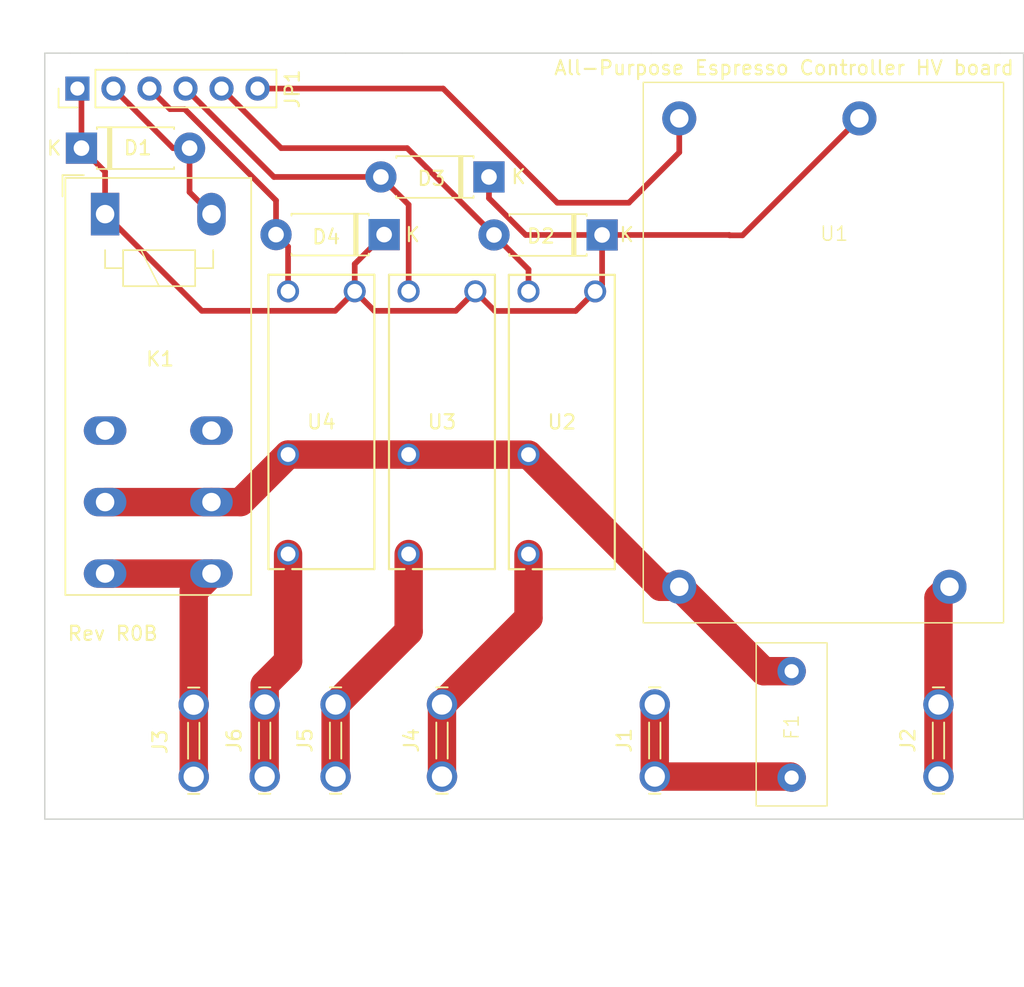
<source format=kicad_pcb>
(kicad_pcb (version 20221018) (generator pcbnew)
  (layers (0 "F.Cu" signal) (31 "B.Cu" signal) (34 "B.Paste" user) (35 "F.Paste" user) (36 "B.SilkS" user "B.Silkscreen") (37 "F.SilkS" user "F.Silkscreen") (38 "B.Mask" user) (39 "F.Mask" user) (44 "Edge.Cuts" user))
  (net 0 "")
  (net 1 "+12VA")
  (net 2 "FA10_CTRL")
  (net 3 "FA7_CTRL")
  (net 4 "FA8_CTRL")
  (net 5 "FA9_CTRL")
  (net 6 "PH")
  (net 7 "PH_PRE_FUSE")
  (net 8 "N")
  (net 9 "Net-(J3-Pin_1)")
  (net 10 "Net-(J4-Pin_1)")
  (net 11 "Net-(J5-Pin_1)")
  (net 12 "Net-(J6-Pin_1)")
  (net 13 "GND1")
  (footprint "624091:TE_62409-1" (layer "F.Cu") (at 85.926 100.9364 90)
    (fp_text reference "J1" (at 0.0114 -2.151 90) (layer "F.SilkS") (effects (font (size 1.001661 1.001661))))
    (fp_text value "TE 160650-2")
    (fp_line (start -3.75 -0.4) (end -3.75 0.4) (stroke (width 0.127)) (layer "F.SilkS"))
    (fp_line (start -1.27 -0.4) (end 1.27 -0.4) (stroke (width 0.127)) (layer "F.SilkS"))
    (fp_line (start -1.27 0.4) (end 1.27 0.4) (stroke (width 0.127)) (layer "F.SilkS"))
    (fp_line (start 3.75 -0.4) (end 3.75 0.4) (stroke (width 0.127)) (layer "F.SilkS"))
    (pad "1" thru_hole circle (at -2.54 0 90) (size 2.145 2.145) (drill 1.43) (layers "*.Cu" "*.Mask") (net 7 "PH_PRE_FUSE"))
    (pad "1" thru_hole circle (at 2.54 0 90) (size 2.145 2.145) (drill 1.43) (layers "*.Cu" "*.Mask") (net 7 "PH_PRE_FUSE"))
  )
  (footprint "624091:TE_62409-1" (layer "F.Cu") (at 58.426 100.9364 90)
    (fp_text reference "J6" (at 0.0114 -2.151 90) (layer "F.SilkS") (effects (font (size 1.001661 1.001661))))
    (fp_text value "TE 160650-2")
    (fp_line (start -3.75 -0.4) (end -3.75 0.4) (stroke (width 0.127)) (layer "F.SilkS"))
    (fp_line (start -1.27 -0.4) (end 1.27 -0.4) (stroke (width 0.127)) (layer "F.SilkS"))
    (fp_line (start -1.27 0.4) (end 1.27 0.4) (stroke (width 0.127)) (layer "F.SilkS"))
    (fp_line (start 3.75 -0.4) (end 3.75 0.4) (stroke (width 0.127)) (layer "F.SilkS"))
    (pad "1" thru_hole circle (at -2.54 0 90) (size 2.145 2.145) (drill 1.43) (layers "*.Cu" "*.Mask") (net 12 "Net-(J6-Pin_1)"))
    (pad "1" thru_hole circle (at 2.54 0 90) (size 2.145 2.145) (drill 1.43) (layers "*.Cu" "*.Mask") (net 12 "Net-(J6-Pin_1)"))
  )
  (footprint "MountingHole:MountingHole_2.2mm_M2" (layer "F.Cu") (at 80.75 56.95)
    (fp_text reference "H3" hide)
    (fp_text value "MountingHole")
    (pad "" np_thru_hole circle (at 0 0) (size 2.2 2.2) (drill 2.2) (layers "F&B.Cu" "*.Mask"))
  )
  (footprint "Diode_THT:D_DO-41_SOD81_P7.62mm_Horizontal" (layer "F.Cu") (at 82.2136 65.296 180)
    (fp_text reference "D2" (at 4.3118 -0.0836) (layer "F.SilkS"))
    (fp_text value "1N4001")
    (fp_text user "K" (at -1.7334 0.018) (layer "F.SilkS"))
    (fp_line (start 1.09 -1.47) (end 6.53 -1.47) (stroke (width 0.12)) (layer "F.SilkS"))
    (fp_line (start 1.09 -1.34) (end 1.09 -1.47) (stroke (width 0.12)) (layer "F.SilkS"))
    (fp_line (start 1.09 1.34) (end 1.09 1.47) (stroke (width 0.12)) (layer "F.SilkS"))
    (fp_line (start 1.09 1.47) (end 6.53 1.47) (stroke (width 0.12)) (layer "F.SilkS"))
    (fp_line (start 1.87 -1.47) (end 1.87 1.47) (stroke (width 0.12)) (layer "F.SilkS"))
    (fp_line (start 1.99 -1.47) (end 1.99 1.47) (stroke (width 0.12)) (layer "F.SilkS"))
    (fp_line (start 2.11 -1.47) (end 2.11 1.47) (stroke (width 0.12)) (layer "F.SilkS"))
    (fp_line (start 6.53 -1.47) (end 6.53 -1.34) (stroke (width 0.12)) (layer "F.SilkS"))
    (fp_line (start 6.53 1.47) (end 6.53 1.34) (stroke (width 0.12)) (layer "F.SilkS"))
    (pad "1" thru_hole rect (at 0 0 180) (size 2.2 2.2) (drill 1.1) (layers "*.Cu" "*.Mask") (net 1 "+12VA"))
    (pad "2" thru_hole oval (at 7.62 0 180) (size 2.2 2.2) (drill 1.1) (layers "*.Cu" "*.Mask") (net 3 "FA7_CTRL"))
  )
  (footprint "ALDP112:PAN_ALD_PAN" (layer "F.Cu") (at 81.725 87.793 180)
    (fp_text reference "U2" (at 2.3505 9.3091 unlocked) (layer "F.SilkS"))
    (fp_text value "ALDP112")
    (fp_line (start -1.3833 -1.0668) (end 4.402744 -1.0668) (stroke (width 0.1524)) (layer "F.SilkS"))
    (fp_line (start -1.3833 19.685) (end -1.3833 -1.0668) (stroke (width 0.1524)) (layer "F.SilkS"))
    (fp_line (start 4.997256 -1.0668) (end 6.0843 -1.0668) (stroke (width 0.1524)) (layer "F.SilkS"))
    (fp_line (start 6.0843 -1.0668) (end 6.0843 19.685) (stroke (width 0.1524)) (layer "F.SilkS"))
    (fp_line (start 6.0843 19.685) (end -1.3833 19.685) (stroke (width 0.1524)) (layer "F.SilkS"))
    (pad "1" thru_hole circle (at 4.7 0 180) (size 1.5494 1.5494) (drill 1.0414) (layers "*.Cu" "*.Mask") (net 10 "Net-(J4-Pin_1)"))
    (pad "2" thru_hole circle (at 4.7 7.0104 180) (size 1.5494 1.5494) (drill 1.0414) (layers "*.Cu" "*.Mask") (net 6 "PH"))
    (pad "3" thru_hole circle (at 4.7 18.5166 180) (size 1.5494 1.5494) (drill 1.0414) (layers "*.Cu" "*.Mask") (net 3 "FA7_CTRL"))
    (pad "4" thru_hole circle (at 0.001 18.5166 180) (size 1.5494 1.5494) (drill 1.0414) (layers "*.Cu" "*.Mask") (net 1 "+12VA"))
  )
  (footprint "Relay_THT:Relay_SPDT_Schrack-RT1-16A-FormC_RM5mm" (layer "F.Cu") (at 47.176 63.8264 -90)
    (fp_text reference "K1" (at 10.2146 -3.878 -180) (layer "F.SilkS"))
    (fp_text value "RT314A12")
    (fp_line (start -2.75 1.5) (end -2.75 3) (stroke (width 0.12)) (layer "F.SilkS"))
    (fp_line (start -2.75 3) (end -1.25 3) (stroke (width 0.12)) (layer "F.SilkS"))
    (fp_line (start -2.55 -10.3) (end -2.55 2.8) (stroke (width 0.12)) (layer "F.SilkS"))
    (fp_line (start -2.55 2.8) (end 26.85 2.8) (stroke (width 0.12)) (layer "F.SilkS"))
    (fp_line (start 2.54 -6.35) (end 2.54 -1.27) (stroke (width 0.12)) (layer "F.SilkS"))
    (fp_line (start 2.54 -2.54) (end 5.08 -3.81) (stroke (width 0.1)) (layer "F.SilkS"))
    (fp_line (start 2.54 -1.27) (end 3.81 -1.27) (stroke (width 0.12)) (layer "F.SilkS"))
    (fp_line (start 2.54 0) (end 3.81 0) (stroke (width 0.12)) (layer "F.SilkS"))
    (fp_line (start 3.81 -7.62) (end 2.54 -7.62) (stroke (width 0.12)) (layer "F.SilkS"))
    (fp_line (start 3.81 -6.35) (end 3.81 -7.62) (stroke (width 0.12)) (layer "F.SilkS"))
    (fp_line (start 3.81 -1.27) (end 5.08 -1.27) (stroke (width 0.12)) (layer "F.SilkS"))
    (fp_line (start 3.81 0) (end 3.81 -1.27) (stroke (width 0.12)) (layer "F.SilkS"))
    (fp_line (start 5.08 -6.35) (end 2.54 -6.35) (stroke (width 0.12)) (layer "F.SilkS"))
    (fp_line (start 5.08 -1.27) (end 5.08 -6.35) (stroke (width 0.12)) (layer "F.SilkS"))
    (fp_line (start 26.85 -10.3) (end -2.55 -10.3) (stroke (width 0.12)) (layer "F.SilkS"))
    (fp_line (start 26.85 2.8) (end 26.85 -10.3) (stroke (width 0.12)) (layer "F.SilkS"))
    (pad "11" thru_hole oval (at 20.3 -7.5 90) (size 2 3) (drill 1.3) (layers "*.Cu" "*.Mask") (net 6 "PH"))
    (pad "11" thru_hole oval (at 20.3 0 90) (size 2 3) (drill 1.3) (layers "*.Cu" "*.Mask") (net 6 "PH"))
    (pad "12" thru_hole oval (at 15.26 -7.5 90) (size 2 3) (drill 1.3) (layers "*.Cu" "*.Mask"))
    (pad "12" thru_hole oval (at 15.26 0 90) (size 2 3) (drill 1.3) (layers "*.Cu" "*.Mask"))
    (pad "14" thru_hole oval (at 25.34 -7.5 90) (size 2 3) (drill 1.3) (layers "*.Cu" "*.Mask") (net 9 "Net-(J3-Pin_1)"))
    (pad "14" thru_hole oval (at 25.34 0 90) (size 2 3) (drill 1.3) (layers "*.Cu" "*.Mask") (net 9 "Net-(J3-Pin_1)"))
    (pad "A1" thru_hole rect (at 0 0 90) (size 3 2) (drill 1.3) (layers "*.Cu" "*.Mask") (net 1 "+12VA"))
    (pad "A2" thru_hole oval (at 0 -7.5 90) (size 3 2) (drill 1.3) (layers "*.Cu" "*.Mask") (net 2 "FA10_CTRL"))
  )
  (footprint "624091:TE_62409-1" (layer "F.Cu") (at 63.426 100.9364 90)
    (fp_text reference "J5" (at 0.0114 -2.151 90) (layer "F.SilkS") (effects (font (size 1.001661 1.001661))))
    (fp_text value "TE 160650-2")
    (fp_line (start -3.75 -0.4) (end -3.75 0.4) (stroke (width 0.127)) (layer "F.SilkS"))
    (fp_line (start -1.27 -0.4) (end 1.27 -0.4) (stroke (width 0.127)) (layer "F.SilkS"))
    (fp_line (start -1.27 0.4) (end 1.27 0.4) (stroke (width 0.127)) (layer "F.SilkS"))
    (fp_line (start 3.75 -0.4) (end 3.75 0.4) (stroke (width 0.127)) (layer "F.SilkS"))
    (pad "1" thru_hole circle (at -2.54 0 90) (size 2.145 2.145) (drill 1.43) (layers "*.Cu" "*.Mask") (net 11 "Net-(J5-Pin_1)"))
    (pad "1" thru_hole circle (at 2.54 0 90) (size 2.145 2.145) (drill 1.43) (layers "*.Cu" "*.Mask") (net 11 "Net-(J5-Pin_1)"))
  )
  (footprint "Diode_THT:D_DO-41_SOD81_P7.62mm_Horizontal" (layer "F.Cu") (at 66.8466 65.2706 180)
    (fp_text reference "D4" (at 4.0832 -0.1598) (layer "F.SilkS"))
    (fp_text value "1N4001")
    (fp_text user "K" (at -2.0128 -0.0074) (layer "F.SilkS"))
    (fp_line (start 1.09 -1.47) (end 6.53 -1.47) (stroke (width 0.12)) (layer "F.SilkS"))
    (fp_line (start 1.09 -1.34) (end 1.09 -1.47) (stroke (width 0.12)) (layer "F.SilkS"))
    (fp_line (start 1.09 1.34) (end 1.09 1.47) (stroke (width 0.12)) (layer "F.SilkS"))
    (fp_line (start 1.09 1.47) (end 6.53 1.47) (stroke (width 0.12)) (layer "F.SilkS"))
    (fp_line (start 1.87 -1.47) (end 1.87 1.47) (stroke (width 0.12)) (layer "F.SilkS"))
    (fp_line (start 1.99 -1.47) (end 1.99 1.47) (stroke (width 0.12)) (layer "F.SilkS"))
    (fp_line (start 2.11 -1.47) (end 2.11 1.47) (stroke (width 0.12)) (layer "F.SilkS"))
    (fp_line (start 6.53 -1.47) (end 6.53 -1.34) (stroke (width 0.12)) (layer "F.SilkS"))
    (fp_line (start 6.53 1.47) (end 6.53 1.34) (stroke (width 0.12)) (layer "F.SilkS"))
    (pad "1" thru_hole rect (at 0 0 180) (size 2.2 2.2) (drill 1.1) (layers "*.Cu" "*.Mask") (net 1 "+12VA"))
    (pad "2" thru_hole oval (at 7.62 0 180) (size 2.2 2.2) (drill 1.1) (layers "*.Cu" "*.Mask") (net 5 "FA9_CTRL"))
  )
  (footprint "Connector_PinHeader_2.54mm:PinHeader_1x06_P2.54mm_Vertical" (layer "F.Cu") (at 45.226 54.9764 90)
    (fp_text reference "JP1" (at -0.025 15.15 90) (layer "F.SilkS"))
    (fp_text value "Conn_01x06_Pin")
    (fp_line (start -1.33 -1.33) (end 0 -1.33) (stroke (width 0.12)) (layer "F.SilkS"))
    (fp_line (start -1.33 0) (end -1.33 -1.33) (stroke (width 0.12)) (layer "F.SilkS"))
    (fp_line (start -1.33 1.27) (end -1.33 14.03) (stroke (width 0.12)) (layer "F.SilkS"))
    (fp_line (start -1.33 1.27) (end 1.33 1.27) (stroke (width 0.12)) (layer "F.SilkS"))
    (fp_line (start -1.33 14.03) (end 1.33 14.03) (stroke (width 0.12)) (layer "F.SilkS"))
    (fp_line (start 1.33 1.27) (end 1.33 14.03) (stroke (width 0.12)) (layer "F.SilkS"))
    (pad "1" thru_hole rect (at 0 0 90) (size 1.7 1.7) (drill 1) (layers "*.Cu" "*.Mask") (net 1 "+12VA"))
    (pad "2" thru_hole oval (at 0 2.54 90) (size 1.7 1.7) (drill 1) (layers "*.Cu" "*.Mask") (net 2 "FA10_CTRL"))
    (pad "3" thru_hole oval (at 0 5.08 90) (size 1.7 1.7) (drill 1) (layers "*.Cu" "*.Mask") (net 5 "FA9_CTRL"))
    (pad "4" thru_hole oval (at 0 7.62 90) (size 1.7 1.7) (drill 1) (layers "*.Cu" "*.Mask") (net 4 "FA8_CTRL"))
    (pad "5" thru_hole oval (at 0 10.16 90) (size 1.7 1.7) (drill 1) (layers "*.Cu" "*.Mask") (net 3 "FA7_CTRL"))
    (pad "6" thru_hole oval (at 0 12.7 90) (size 1.7 1.7) (drill 1) (layers "*.Cu" "*.Mask") (net 13 "GND1"))
  )
  (footprint "MountingHole:MountingHole_2.2mm_M2" (layer "F.Cu") (at 45.85 100.975)
    (fp_text reference "H1" hide)
    (fp_text value "MountingHole")
    (pad "" np_thru_hole circle (at 0 0) (size 2.2 2.2) (drill 2.2) (layers "*.Cu" "*.Mask"))
  )
  (footprint "624091:TE_62409-1" (layer "F.Cu") (at 53.425 100.95 90)
    (fp_text reference "J3" (at -0.075 -2.375 90) (layer "F.SilkS") (effects (font (size 1.001661 1.001661))))
    (fp_text value "TE 160650-2")
    (fp_line (start -3.75 -0.4) (end -3.75 0.4) (stroke (width 0.127)) (layer "F.SilkS"))
    (fp_line (start -1.27 -0.4) (end 1.27 -0.4) (stroke (width 0.127)) (layer "F.SilkS"))
    (fp_line (start -1.27 0.4) (end 1.27 0.4) (stroke (width 0.127)) (layer "F.SilkS"))
    (fp_line (start 3.75 -0.4) (end 3.75 0.4) (stroke (width 0.127)) (layer "F.SilkS"))
    (pad "1" thru_hole circle (at -2.54 0 90) (size 2.145 2.145) (drill 1.43) (layers "*.Cu" "*.Mask") (net 9 "Net-(J3-Pin_1)"))
    (pad "1" thru_hole circle (at 2.54 0 90) (size 2.145 2.145) (drill 1.43) (layers "*.Cu" "*.Mask") (net 9 "Net-(J3-Pin_1)"))
  )
  (footprint "MountingHole:MountingHole_2.2mm_M2" (layer "F.Cu") (at 78.45 100.85)
    (fp_text reference "H2" hide)
    (fp_text value "MountingHole")
    (pad "" np_thru_hole circle (at 0 0) (size 2.2 2.2) (drill 2.2) (layers "F&B.Cu" "*.Mask"))
  )
  (footprint "624091:TE_62409-1" (layer "F.Cu") (at 105.926 100.9364 90)
    (fp_text reference "J2" (at 0.0114 -2.151 90) (layer "F.SilkS") (effects (font (size 1.001661 1.001661))))
    (fp_text value "TE 160650-2")
    (fp_line (start -3.75 -0.4) (end -3.75 0.4) (stroke (width 0.127)) (layer "F.SilkS"))
    (fp_line (start -1.27 -0.4) (end 1.27 -0.4) (stroke (width 0.127)) (layer "F.SilkS"))
    (fp_line (start -1.27 0.4) (end 1.27 0.4) (stroke (width 0.127)) (layer "F.SilkS"))
    (fp_line (start 3.75 -0.4) (end 3.75 0.4) (stroke (width 0.127)) (layer "F.SilkS"))
    (pad "1" thru_hole circle (at -2.54 0 90) (size 2.145 2.145) (drill 1.43) (layers "*.Cu" "*.Mask") (net 8 "N"))
    (pad "1" thru_hole circle (at 2.54 0 90) (size 2.145 2.145) (drill 1.43) (layers "*.Cu" "*.Mask") (net 8 "N"))
  )
  (footprint "624091:TE_62409-1" (layer "F.Cu") (at 70.926 100.9364 90)
    (fp_text reference "J4" (at 0.0114 -2.151 90) (layer "F.SilkS") (effects (font (size 1.001661 1.001661))))
    (fp_text value "TE 160650-2")
    (fp_line (start -3.75 -0.4) (end -3.75 0.4) (stroke (width 0.127)) (layer "F.SilkS"))
    (fp_line (start -1.27 -0.4) (end 1.27 -0.4) (stroke (width 0.127)) (layer "F.SilkS"))
    (fp_line (start -1.27 0.4) (end 1.27 0.4) (stroke (width 0.127)) (layer "F.SilkS"))
    (fp_line (start 3.75 -0.4) (end 3.75 0.4) (stroke (width 0.127)) (layer "F.SilkS"))
    (pad "1" thru_hole circle (at -2.54 0 90) (size 2.145 2.145) (drill 1.43) (layers "*.Cu" "*.Mask") (net 10 "Net-(J4-Pin_1)"))
    (pad "1" thru_hole circle (at 2.54 0 90) (size 2.145 2.145) (drill 1.43) (layers "*.Cu" "*.Mask") (net 10 "Net-(J4-Pin_1)"))
  )
  (footprint "ALDP112:PAN_ALD_PAN" (layer "F.Cu") (at 73.2755 87.7855 180)
    (fp_text reference "U3" (at 2.3495 9.3091 unlocked) (layer "F.SilkS"))
    (fp_text value "ALDP112")
    (fp_line (start -1.3833 -1.0668) (end 4.402744 -1.0668) (stroke (width 0.1524)) (layer "F.SilkS"))
    (fp_line (start -1.3833 19.685) (end -1.3833 -1.0668) (stroke (width 0.1524)) (layer "F.SilkS"))
    (fp_line (start 4.997256 -1.0668) (end 6.0843 -1.0668) (stroke (width 0.1524)) (layer "F.SilkS"))
    (fp_line (start 6.0843 -1.0668) (end 6.0843 19.685) (stroke (width 0.1524)) (layer "F.SilkS"))
    (fp_line (start 6.0843 19.685) (end -1.3833 19.685) (stroke (width 0.1524)) (layer "F.SilkS"))
    (pad "1" thru_hole circle (at 4.7 0 180) (size 1.5494 1.5494) (drill 1.0414) (layers "*.Cu" "*.Mask") (net 11 "Net-(J5-Pin_1)"))
    (pad "2" thru_hole circle (at 4.7 7.0104 180) (size 1.5494 1.5494) (drill 1.0414) (layers "*.Cu" "*.Mask") (net 6 "PH"))
    (pad "3" thru_hole circle (at 4.7 18.5166 180) (size 1.5494 1.5494) (drill 1.0414) (layers "*.Cu" "*.Mask") (net 4 "FA8_CTRL"))
    (pad "4" thru_hole circle (at 0.001 18.5166 180) (size 1.5494 1.5494) (drill 1.0414) (layers "*.Cu" "*.Mask") (net 1 "+12VA"))
  )
  (footprint "ECE05:ECE10" (layer "F.Cu") (at 110.5135 54.5389 180)
    (fp_text reference "U1" (at 11.938 -10.668 unlocked) (layer "F.SilkS") (effects (font (thickness 0.1))))
    (fp_text value "~")
    (fp_rect (start 0 0) (end 25.4 -38.1) (stroke (width 0.1)) (fill none) (layer "F.SilkS"))
    (pad "1" thru_hole circle (at 3.81 -35.56 180) (size 2.4 2.4) (drill 1.3) (layers "*.Cu" "*.Mask") (net 8 "N"))
    (pad "2" thru_hole circle (at 22.86 -35.56 180) (size 2.4 2.4) (drill 1.3) (layers "*.Cu" "*.Mask") (net 6 "PH"))
    (pad "3" thru_hole circle (at 22.86 -2.54 180) (size 2.4 2.4) (drill 1.3) (layers "*.Cu" "*.Mask") (net 13 "GND1"))
    (pad "4" thru_hole circle (at 10.16 -2.54 180) (size 2.4 2.4) (drill 1.3) (layers "*.Cu" "*.Mask") (net 1 "+12VA"))
  )
  (footprint "Diode_THT:D_DO-41_SOD81_P7.62mm_Horizontal" (layer "F.Cu") (at 45.5106 59.1746)
    (fp_text reference "D1" (at 3.9686 -0.018) (layer "F.SilkS"))
    (fp_text value "1N4001")
    (fp_text user "K" (at -1.9242 0.0074) (layer "F.SilkS"))
    (fp_line (start 1.09 -1.47) (end 6.53 -1.47) (stroke (width 0.12)) (layer "F.SilkS"))
    (fp_line (start 1.09 -1.34) (end 1.09 -1.47) (stroke (width 0.12)) (layer "F.SilkS"))
    (fp_line (start 1.09 1.34) (end 1.09 1.47) (stroke (width 0.12)) (layer "F.SilkS"))
    (fp_line (start 1.09 1.47) (end 6.53 1.47) (stroke (width 0.12)) (layer "F.SilkS"))
    (fp_line (start 1.87 -1.47) (end 1.87 1.47) (stroke (width 0.12)) (layer "F.SilkS"))
    (fp_line (start 1.99 -1.47) (end 1.99 1.47) (stroke (width 0.12)) (layer "F.SilkS"))
    (fp_line (start 2.11 -1.47) (end 2.11 1.47) (stroke (width 0.12)) (layer "F.SilkS"))
    (fp_line (start 6.53 -1.47) (end 6.53 -1.34) (stroke (width 0.12)) (layer "F.SilkS"))
    (fp_line (start 6.53 1.47) (end 6.53 1.34) (stroke (width 0.12)) (layer "F.SilkS"))
    (pad "1" thru_hole rect (at 0 0) (size 2.2 2.2) (drill 1.1) (layers "*.Cu" "*.Mask") (net 1 "+12VA"))
    (pad "2" thru_hole oval (at 7.62 0) (size 2.2 2.2) (drill 1.1) (layers "*.Cu" "*.Mask") (net 2 "FA10_CTRL"))
  )
  (footprint "ALDP112:PAN_ALD_PAN" (layer "F.Cu") (at 64.7755 87.7855 180)
    (fp_text reference "U4" (at 2.3495 9.3091 unlocked) (layer "F.SilkS"))
    (fp_text value "ALDP112")
    (fp_line (start -1.3833 -1.0668) (end 4.402744 -1.0668) (stroke (width 0.1524)) (layer "F.SilkS"))
    (fp_line (start -1.3833 19.685) (end -1.3833 -1.0668) (stroke (width 0.1524)) (layer "F.SilkS"))
    (fp_line (start 4.997256 -1.0668) (end 6.0843 -1.0668) (stroke (width 0.1524)) (layer "F.SilkS"))
    (fp_line (start 6.0843 -1.0668) (end 6.0843 19.685) (stroke (width 0.1524)) (layer "F.SilkS"))
    (fp_line (start 6.0843 19.685) (end -1.3833 19.685) (stroke (width 0.1524)) (layer "F.SilkS"))
    (pad "1" thru_hole circle (at 4.7 0 180) (size 1.5494 1.5494) (drill 1.0414) (layers "*.Cu" "*.Mask") (net 12 "Net-(J6-Pin_1)"))
    (pad "2" thru_hole circle (at 4.7 7.0104 180) (size 1.5494 1.5494) (drill 1.0414) (layers "*.Cu" "*.Mask") (net 6 "PH"))
    (pad "3" thru_hole circle (at 4.7 18.5166 180) (size 1.5494 1.5494) (drill 1.0414) (layers "*.Cu" "*.Mask") (net 5 "FA9_CTRL"))
    (pad "4" thru_hole circle (at 0.001 18.5166 180) (size 1.5494 1.5494) (drill 1.0414) (layers "*.Cu" "*.Mask") (net 1 "+12VA"))
  )
  (footprint "1289:FRT 250T" (layer "F.Cu") (at 98.074 105.5484 90)
    (fp_text reference "F1" (at 5.556 -2.5 90 unlocked) (layer "F.SilkS") (effects (font (thickness 0.1))))
    (fp_text value "Schurter FRT 250T 7100.1009.13")
    (fp_rect (start 0 0) (end 11.5 -5) (stroke (width 0.1)) (fill none) (layer "F.SilkS"))
    (pad "1" thru_hole circle (at 2 -2.5 90) (size 2 2) (drill 1) (layers "*.Cu" "*.Mask") (net 7 "PH_PRE_FUSE"))
    (pad "2" thru_hole circle (at 9.5 -2.5 90) (size 2 2) (drill 1) (layers "*.Cu" "*.Mask") (net 6 "PH"))
  )
  (footprint "Diode_THT:D_DO-41_SOD81_P7.62mm_Horizontal" (layer "F.Cu") (at 74.238 61.2066 180)
    (fp_text reference "D3" (at 4.0578 -0.109) (layer "F.SilkS"))
    (fp_text value "1N4001")
    (fp_text user "K" (at -2.089 0.018) (layer "F.SilkS"))
    (fp_line (start 1.09 -1.47) (end 6.53 -1.47) (stroke (width 0.12)) (layer "F.SilkS"))
    (fp_line (start 1.09 -1.34) (end 1.09 -1.47) (stroke (width 0.12)) (layer "F.SilkS"))
    (fp_line (start 1.09 1.34) (end 1.09 1.47) (stroke (width 0.12)) (layer "F.SilkS"))
    (fp_line (start 1.09 1.47) (end 6.53 1.47) (stroke (width 0.12)) (layer "F.SilkS"))
    (fp_line (start 1.87 -1.47) (end 1.87 1.47) (stroke (width 0.12)) (layer "F.SilkS"))
    (fp_line (start 1.99 -1.47) (end 1.99 1.47) (stroke (width 0.12)) (layer "F.SilkS"))
    (fp_line (start 2.11 -1.47) (end 2.11 1.47) (stroke (width 0.12)) (layer "F.SilkS"))
    (fp_line (start 6.53 -1.47) (end 6.53 -1.34) (stroke (width 0.12)) (layer "F.SilkS"))
    (fp_line (start 6.53 1.47) (end 6.53 1.34) (stroke (width 0.12)) (layer "F.SilkS"))
    (pad "1" thru_hole rect (at 0 0 180) (size 2.2 2.2) (drill 1.1) (layers "*.Cu" "*.Mask") (net 1 "+12VA"))
    (pad "2" thru_hole oval (at 7.62 0 180) (size 2.2 2.2) (drill 1.1) (layers "*.Cu" "*.Mask") (net 4 "FA8_CTRL"))
  )
  (gr_line (start 85.676 52.4764) (end 89.676 52.4764) (stroke (width 0.1)) (layer "Edge.Cuts"))
  (gr_line (start 42.926 106.4764) (end 42.926 52.4764) (stroke (width 0.1)) (layer "Edge.Cuts"))
  (gr_line (start 68.126 52.4764) (end 85.676 52.4764) (stroke (width 0.1)) (layer "Edge.Cuts"))
  (gr_line (start 111.926 106.4764) (end 42.926 106.4764) (stroke (width 0.1)) (layer "Edge.Cuts"))
  (gr_line (start 106.276 52.4764) (end 110.276 52.4764) (stroke (width 0.1)) (layer "Edge.Cuts"))
  (gr_line (start 48.726 52.4764) (end 64.126 52.4764) (stroke (width 0.1)) (layer "Edge.Cuts"))
  (gr_line (start 44.726 52.4764) (end 48.726 52.4764) (stroke (width 0.1)) (layer "Edge.Cuts"))
  (gr_line (start 111.926 52.4764) (end 111.926 106.4764) (stroke (width 0.1)) (layer "Edge.Cuts"))
  (gr_line (start 111.926 52.4764) (end 110.276 52.4764) (stroke (width 0.1)) (layer "Edge.Cuts"))
  (gr_line (start 42.926 52.4764) (end 44.726 52.4764) (stroke (width 0.1)) (layer "Edge.Cuts"))
  (gr_line (start 64.126 52.4764) (end 68.126 52.4764) (stroke (width 0.1)) (layer "Edge.Cuts"))
  (gr_line (start 89.676 52.4764) (end 106.276 52.4764) (stroke (width 0.1)) (layer "Edge.Cuts"))
  (gr_text "Rev R0B" (at 44.45 93.975) (layer "F.SilkS") (effects (font (size 1 1)) (justify left bottom)))
  (gr_text "All-Purpose Espresso Controller HV board" (at 78.75 54.1) (layer "F.SilkS") (effects (font (size 1 1)) (justify left bottom)))
  (segment (start 63.3998 70.6436) (end 53.9932 70.6436) (width 0.4) (layer "F.Cu") (net 1))
  (segment (start 76.8274 65.296) (end 82.2136 65.296) (width 0.4) (layer "F.Cu") (net 1))
  (segment (start 47.176 60.84) (end 45.5106 59.1746) (width 0.4) (layer "F.Cu") (net 1))
  (segment (start 82.2136 68.7868) (end 81.724 69.2764) (width 0.4) (layer "F.Cu") (net 1))
  (segment (start 100.3535 57.0789) (end 92.111 65.3214) (width 0.4) (layer "F.Cu") (net 1))
  (segment (start 74.6567 70.6511) (end 73.2745 69.2689) (width 0.4) (layer "F.Cu") (net 1))
  (segment (start 91.2052 65.3214) (end 91.1798 65.296) (width 0.4) (layer "F.Cu") (net 1))
  (segment (start 74.238 62.7066) (end 76.8274 65.296) (width 0.4) (layer "F.Cu") (net 1))
  (segment (start 66.1492 70.6436) (end 64.7745 69.2689) (width 0.4) (layer "F.Cu") (net 1))
  (segment (start 45.5106 59.1746) (end 45.5106 55.261) (width 0.4) (layer "F.Cu") (net 1))
  (segment (start 73.2745 69.2689) (end 71.8998 70.6436) (width 0.4) (layer "F.Cu") (net 1))
  (segment (start 91.1798 65.296) (end 82.2136 65.296) (width 0.4) (layer "F.Cu") (net 1))
  (segment (start 45.5106 55.261) (end 45.226 54.9764) (width 0.4) (layer "F.Cu") (net 1))
  (segment (start 80.3493 70.6511) (end 74.6567 70.6511) (width 0.4) (layer "F.Cu") (net 1))
  (segment (start 74.238 61.2066) (end 74.238 62.7066) (width 0.4) (layer "F.Cu") (net 1))
  (segment (start 92.111 65.3214) (end 91.2052 65.3214) (width 0.4) (layer "F.Cu") (net 1))
  (segment (start 81.724 69.2764) (end 80.3493 70.6511) (width 0.4) (layer "F.Cu") (net 1))
  (segment (start 53.9932 70.6436) (end 47.176 63.8264) (width 0.4) (layer "F.Cu") (net 1))
  (segment (start 82.2136 65.296) (end 82.2136 68.7868) (width 0.4) (layer "F.Cu") (net 1))
  (segment (start 71.8998 70.6436) (end 66.1492 70.6436) (width 0.4) (layer "F.Cu") (net 1))
  (segment (start 47.176 63.8264) (end 47.176 60.84) (width 0.4) (layer "F.Cu") (net 1))
  (segment (start 64.7745 69.2689) (end 63.3998 70.6436) (width 0.4) (layer "F.Cu") (net 1))
  (segment (start 64.7745 67.3427) (end 66.8466 65.2706) (width 0.4) (layer "F.Cu") (net 1))
  (segment (start 64.7745 69.2689) (end 64.7745 67.3427) (width 0.4) (layer "F.Cu") (net 1))
  (segment (start 53.1306 62.281) (end 54.676 63.8264) (width 0.4) (layer "F.Cu") (net 2))
  (segment (start 47.766 54.9764) (end 51.9642 59.1746) (width 0.4) (layer "F.Cu") (net 2))
  (segment (start 51.9642 59.1746) (end 53.1306 59.1746) (width 0.4) (layer "F.Cu") (net 2))
  (segment (start 53.1306 59.1746) (end 53.1306 62.281) (width 0.4) (layer "F.Cu") (net 2))
  (segment (start 59.5846 59.175) (end 68.4726 59.175) (width 0.4) (layer "F.Cu") (net 3))
  (segment (start 55.386 54.9764) (end 59.5846 59.175) (width 0.4) (layer "F.Cu") (net 3))
  (segment (start 77.025 67.7274) (end 74.5936 65.296) (width 0.4) (layer "F.Cu") (net 3))
  (segment (start 77.025 69.2764) (end 77.025 67.7274) (width 0.4) (layer "F.Cu") (net 3))
  (segment (start 68.4726 59.175) (end 74.5936 65.296) (width 0.4) (layer "F.Cu") (net 3))
  (segment (start 52.846 54.9764) (end 59.0762 61.2066) (width 0.4) (layer "F.Cu") (net 4))
  (segment (start 59.0762 61.2066) (end 66.618 61.2066) (width 0.4) (layer "F.Cu") (net 4))
  (segment (start 68.5755 63.1641) (end 66.618 61.2066) (width 0.4) (layer "F.Cu") (net 4))
  (segment (start 68.5755 69.2689) (end 68.5755 63.1641) (width 0.4) (layer "F.Cu") (net 4))
  (segment (start 51.756 56.4264) (end 52.786564 56.4264) (width 0.4) (layer "F.Cu") (net 5))
  (segment (start 60.0755 66.1195) (end 59.2266 65.2706) (width 0.4) (layer "F.Cu") (net 5))
  (segment (start 50.306 54.9764) (end 51.756 56.4264) (width 0.4) (layer "F.Cu") (net 5))
  (segment (start 59.2266 62.866436) (end 59.2266 65.2706) (width 0.4) (layer "F.Cu") (net 5))
  (segment (start 52.786564 56.4264) (end 59.2266 62.866436) (width 0.4) (layer "F.Cu") (net 5))
  (segment (start 60.0755 69.2689) (end 60.0755 66.1195) (width 0.4) (layer "F.Cu") (net 5))
  (segment (start 68.5755 80.7751) (end 60.0755 80.7751) (width 2) (layer "F.Cu") (net 6))
  (segment (start 77.025 80.7826) (end 68.583 80.7826) (width 2) (layer "F.Cu") (net 6))
  (segment (start 60.0755 80.7751) (end 56.7242 84.1264) (width 2) (layer "F.Cu") (net 6))
  (segment (start 54.676 84.1264) (end 47.176 84.1264) (width 2) (layer "F.Cu") (net 6))
  (segment (start 87.6535 90.0989) (end 86.3413 90.0989) (width 2) (layer "F.Cu") (net 6))
  (segment (start 56.7242 84.1264) (end 54.676 84.1264) (width 2) (layer "F.Cu") (net 6))
  (segment (start 68.583 80.7826) (end 68.5755 80.7751) (width 2) (layer "F.Cu") (net 6))
  (segment (start 95.574 96.0484) (end 93.603 96.0484) (width 2) (layer "F.Cu") (net 6))
  (segment (start 93.603 96.0484) (end 87.6535 90.0989) (width 2) (layer "F.Cu") (net 6))
  (segment (start 86.3413 90.0989) (end 77.025 80.7826) (width 2) (layer "F.Cu") (net 6))
  (segment (start 85.926 103.4764) (end 95.502 103.4764) (width 2) (layer "F.Cu") (net 7))
  (segment (start 85.926 103.4764) (end 85.926 98.3964) (width 2) (layer "F.Cu") (net 7))
  (segment (start 95.502 103.4764) (end 95.574 103.5484) (width 2) (layer "F.Cu") (net 7))
  (segment (start 105.926 90.8764) (end 106.7035 90.0989) (width 2) (layer "F.Cu") (net 8))
  (segment (start 105.926 103.4764) (end 105.926 98.3964) (width 2) (layer "F.Cu") (net 8))
  (segment (start 105.926 98.3964) (end 105.926 90.8764) (width 2) (layer "F.Cu") (net 8))
  (segment (start 53.426 90.4164) (end 54.676 89.1664) (width 2) (layer "F.Cu") (net 9))
  (segment (start 53.426 98.3964) (end 53.426 90.4164) (width 2) (layer "F.Cu") (net 9))
  (segment (start 53.426 103.4764) (end 53.426 98.3964) (width 2) (layer "F.Cu") (net 9))
  (segment (start 47.176 89.1664) (end 54.676 89.1664) (width 2) (layer "F.Cu") (net 9))
  (segment (start 77.025 87.793) (end 77.025 92.2974) (width 2) (layer "F.Cu") (net 10))
  (segment (start 77.025 92.2974) (end 70.926 98.3964) (width 2) (layer "F.Cu") (net 10))
  (segment (start 70.926 103.4764) (end 70.926 98.3964) (width 2) (layer "F.Cu") (net 10))
  (segment (start 68.5755 93.2469) (end 63.426 98.3964) (width 2) (layer "F.Cu") (net 11))
  (segment (start 68.5755 87.7855) (end 68.5755 93.2469) (width 2) (layer "F.Cu") (net 11))
  (segment (start 63.426 103.4764) (end 63.426 98.3964) (width 2) (layer "F.Cu") (net 11))
  (segment (start 58.426 103.4764) (end 58.426 98.3964) (width 2) (layer "F.Cu") (net 12))
  (segment (start 58.426 96.996329) (end 60.0755 95.346829) (width 2) (layer "F.Cu") (net 12))
  (segment (start 58.426 98.3964) (end 58.426 96.996329) (width 2) (layer "F.Cu") (net 12))
  (segment (start 60.0755 95.346829) (end 60.0755 87.7855) (width 2) (layer "F.Cu") (net 12))
  (segment (start 84.1 63.025) (end 79.0564 63.025) (width 0.4) (layer "F.Cu") (net 13))
  (segment (start 71.0078 54.9764) (end 57.926 54.9764) (width 0.4) (layer "F.Cu") (net 13))
  (segment (start 79.0564 63.025) (end 71.0078 54.9764) (width 0.4) (layer "F.Cu") (net 13))
  (segment (start 87.6535 57.0789) (end 87.6535 59.4715) (width 0.4) (layer "F.Cu") (net 13))
  (segment (start 87.6535 59.4715) (end 84.1 63.025) (width 0.4) (layer "F.Cu") (net 13))
)
</source>
